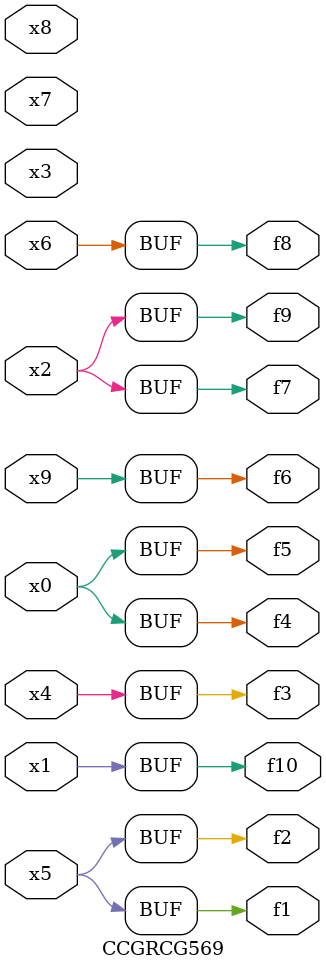
<source format=v>
module CCGRCG569(
	input x0, x1, x2, x3, x4, x5, x6, x7, x8, x9,
	output f1, f2, f3, f4, f5, f6, f7, f8, f9, f10
);
	assign f1 = x5;
	assign f2 = x5;
	assign f3 = x4;
	assign f4 = x0;
	assign f5 = x0;
	assign f6 = x9;
	assign f7 = x2;
	assign f8 = x6;
	assign f9 = x2;
	assign f10 = x1;
endmodule

</source>
